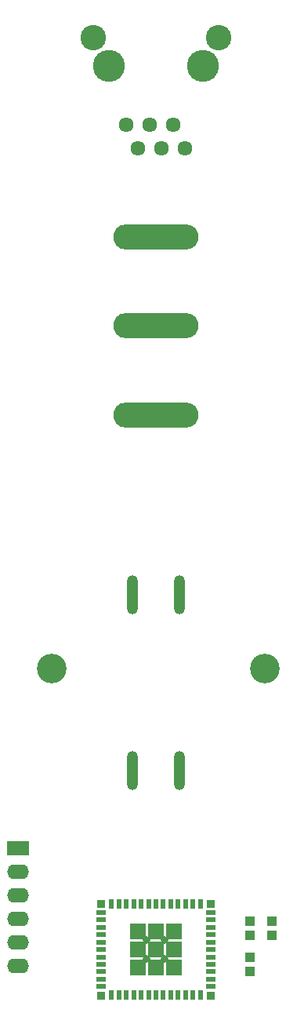
<source format=gbr>
%TF.GenerationSoftware,Altium Limited,Altium Designer,22.0.2 (36)*%
G04 Layer_Color=8388736*
%FSLAX45Y45*%
%MOMM*%
%TF.SameCoordinates,4516B017-0455-433D-A7DA-D7F2A7B68D13*%
%TF.FilePolarity,Negative*%
%TF.FileFunction,Soldermask,Top*%
%TF.Part,Single*%
G01*
G75*
%TA.AperFunction,ComponentPad*%
%ADD27O,1.20320X4.20320*%
%ADD28C,3.20320*%
%ADD29O,2.36220X1.60020*%
%ADD30R,2.36220X1.60020*%
%ADD31O,9.20320X2.70320*%
%ADD32C,2.75320*%
%ADD33C,1.61120*%
%ADD34C,3.45320*%
%TA.AperFunction,SMDPad,CuDef*%
%ADD35R,1.04000X1.04000*%
%TA.AperFunction,BGAPad,CuDef*%
%ADD36R,1.65320X1.65320*%
%TA.AperFunction,SMDPad,CuDef*%
%ADD37R,1.00320X0.60320*%
%ADD38R,0.60320X1.00320*%
%ADD39R,0.90320X0.90320*%
%TA.AperFunction,ViaPad*%
%ADD40C,0.80320*%
D27*
X2276700Y-5700000D02*
D03*
X1768700D02*
D03*
Y-7600000D02*
D03*
X2276700D02*
D03*
D28*
X900000Y-6500000D02*
D03*
X3200000D02*
D03*
D29*
X530000Y-9705000D02*
D03*
Y-9451000D02*
D03*
Y-9197000D02*
D03*
Y-8943000D02*
D03*
Y-8689000D02*
D03*
D30*
Y-8435000D02*
D03*
D31*
X2022700Y-3762000D02*
D03*
X2022660Y-2800000D02*
D03*
X2022700Y-1838000D02*
D03*
D32*
X2697698Y313000D02*
D03*
X1347698Y313000D02*
D03*
D33*
X2340198Y-881000D02*
D03*
X2086198Y-881000D02*
D03*
X1832198Y-881000D02*
D03*
X2213198Y-627000D02*
D03*
X1959199D02*
D03*
X1705198D02*
D03*
D34*
X2530698Y8000D02*
D03*
X1514698D02*
D03*
D35*
X3280000Y-9220000D02*
D03*
Y-9372400D02*
D03*
X3040000D02*
D03*
Y-9220000D02*
D03*
Y-9617600D02*
D03*
Y-9770000D02*
D03*
D36*
X2220084Y-9727500D02*
D03*
X2022700Y-9530000D02*
D03*
X1825200Y-9727500D02*
D03*
X2022700D02*
D03*
X2220084Y-9530000D02*
D03*
X2220200Y-9332500D02*
D03*
X2022700D02*
D03*
X1825200D02*
D03*
Y-9530000D02*
D03*
D37*
X2612700Y-9930000D02*
D03*
Y-9850000D02*
D03*
Y-9770000D02*
D03*
Y-9690000D02*
D03*
Y-9610000D02*
D03*
Y-9530000D02*
D03*
Y-9450000D02*
D03*
Y-9370000D02*
D03*
Y-9290000D02*
D03*
Y-9210000D02*
D03*
Y-9130000D02*
D03*
X1432700D02*
D03*
Y-9210000D02*
D03*
Y-9290000D02*
D03*
Y-9370000D02*
D03*
Y-9450000D02*
D03*
Y-9530000D02*
D03*
Y-9610000D02*
D03*
Y-9690000D02*
D03*
Y-9770000D02*
D03*
Y-9850000D02*
D03*
Y-9930000D02*
D03*
D38*
X2502700Y-9040000D02*
D03*
X2422700D02*
D03*
X2342700D02*
D03*
X2262700D02*
D03*
X2182700D02*
D03*
X2102700D02*
D03*
X2022700D02*
D03*
X1942700D02*
D03*
X1862700D02*
D03*
X1782700D02*
D03*
X1702700D02*
D03*
X1622700D02*
D03*
X1542700D02*
D03*
Y-10020000D02*
D03*
X1622700D02*
D03*
X1702700D02*
D03*
X1782700D02*
D03*
X1862700D02*
D03*
X1942700D02*
D03*
X2022700D02*
D03*
X2102700D02*
D03*
X2182700D02*
D03*
X2262700D02*
D03*
X2342700D02*
D03*
X2422700D02*
D03*
X2502700D02*
D03*
D39*
X2617700Y-10025000D02*
D03*
Y-9035000D02*
D03*
X1427700D02*
D03*
Y-10025000D02*
D03*
D40*
X2120000Y-9630000D02*
D03*
X1920000D02*
D03*
X2120000Y-9430000D02*
D03*
X1920000D02*
D03*
%TF.MD5,52137185613902fa378fb0b80a9d8f8e*%
M02*

</source>
